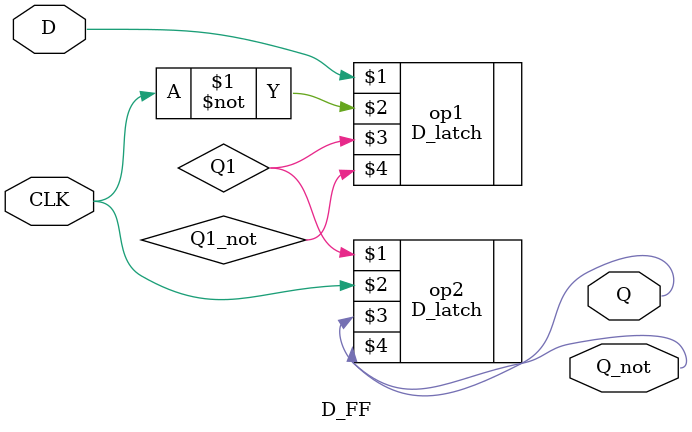
<source format=v>
`timescale 1ns / 1ps


module D_FF(
    input [0:0] D,
    input [0:0] CLK,
    output [0:0] Q,
    output [0:0] Q_not
    );
    
    wire latch1, Q1, Q1_not;
    D_latch op1(D, ~CLK, Q1, Q1_not);
    D_latch op2(Q1, CLK, Q, Q_not);
    
endmodule

</source>
